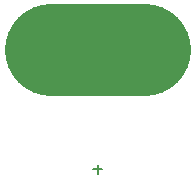
<source format=gbo>
%TF.GenerationSoftware,KiCad,Pcbnew,4.0.5-e0-6337~49~ubuntu16.04.1*%
%TF.CreationDate,2017-01-18T12:32:22-08:00*%
%TF.ProjectId,2x2-LED-TH-5mm-Pitch,3278322D4C45442D54482D356D6D2D50,1.0*%
%TF.FileFunction,Legend,Bot*%
%FSLAX46Y46*%
G04 Gerber Fmt 4.6, Leading zero omitted, Abs format (unit mm)*
G04 Created by KiCad (PCBNEW 4.0.5-e0-6337~49~ubuntu16.04.1) date Wed Jan 18 12:32:22 2017*
%MOMM*%
%LPD*%
G01*
G04 APERTURE LIST*
%ADD10C,0.350000*%
%ADD11C,7.800000*%
%ADD12C,0.150000*%
G04 APERTURE END LIST*
D10*
D11*
X138557000Y-96267000D02*
X130557000Y-96267000D01*
D12*
X134937952Y-106338429D02*
X134176047Y-106338429D01*
X134556999Y-106719381D02*
X134556999Y-105957476D01*
M02*

</source>
